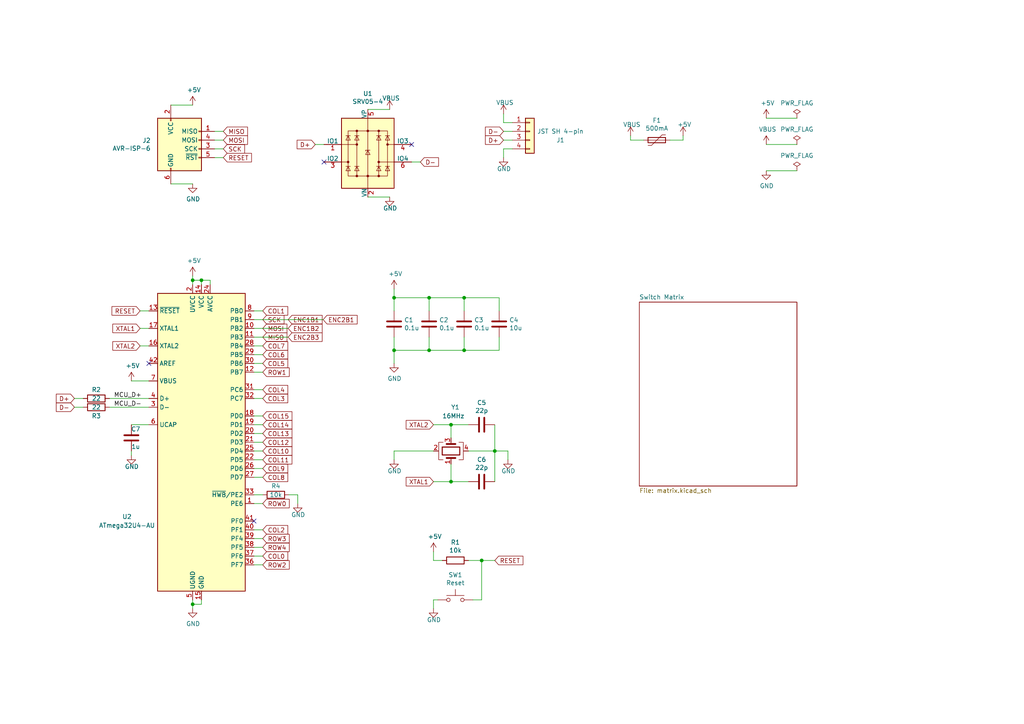
<source format=kicad_sch>
(kicad_sch (version 20220104) (generator eeschema)
  (paper "A4")
  (title_block (title "Bakeneko 65 V3") (date "2020-08-01") (rev "1") (comment 1 "Copyright © 2020 kkatano") (comment 2 "MIT License"))
  (lib_symbols
    (symbol "Connector:AVR-ISP-6" (pin_names (offset 1.016))
      (property "Reference" "J" (at 0 10.16 0))
      (property "Value" "Connector_AVR-ISP-6" (at 0 -7.62 0))
      (symbol "AVR-ISP-6_0_1"
        (rectangle (start -2.667 -5.588) (end -2.413 -6.35))
        (rectangle (start -2.667 8.89) (end -2.413 8.128))
        (rectangle (start 6.35 -2.413) (end 5.588 -2.667))
        (rectangle (start 6.35 0.127) (end 5.588 -0.127))
        (rectangle (start 6.35 2.667) (end 5.588 2.413))
        (rectangle (start 6.35 5.207) (end 5.588 4.953))
        (rectangle (start 6.35 8.89) (end -6.35 -6.35) (stroke (width 0.254)) (fill (type background)))
      )
      (symbol "AVR-ISP-6_1_1"
        (pin passive line (at 10.16 5.08 180) (length 3.81) (name "MISO") (number "1"))
        (pin power_in line (at -2.54 12.7 270) (length 3.81) (name "VCC") (number "2"))
        (pin passive line (at 10.16 0 180) (length 3.81) (name "SCK") (number "3"))
        (pin passive line (at 10.16 2.54 180) (length 3.81) (name "MOSI") (number "4"))
        (pin passive line (at 10.16 -2.54 180) (length 3.81) (name "~{RST}") (number "5"))
        (pin power_in line (at -2.54 -10.16 90) (length 3.81) (name "GND") (number "6"))
      )
    )
    (symbol "Connector_Generic:Conn_01x04" (pin_names (offset 1.016) hide)
      (property "Reference" "J" (at 0 5.08 0))
      (property "Value" "Connector_Generic_Conn_01x04" (at 0 -7.62 0))
      (symbol "Conn_01x04_1_1"
        (rectangle (start -1.27 -4.953) (end 0 -5.207) (stroke (width 0.1524)))
        (rectangle (start -1.27 -2.413) (end 0 -2.667) (stroke (width 0.1524)))
        (rectangle (start -1.27 0.127) (end 0 -0.127) (stroke (width 0.1524)))
        (rectangle (start -1.27 2.667) (end 0 2.413) (stroke (width 0.1524)))
        (rectangle (start -1.27 3.81) (end 1.27 -6.35) (stroke (width 0.254)) (fill (type background)))
        (pin passive line (at -5.08 2.54 0) (length 3.81) (name "Pin_1") (number "1"))
        (pin passive line (at -5.08 0 0) (length 3.81) (name "Pin_2") (number "2"))
        (pin passive line (at -5.08 -2.54 0) (length 3.81) (name "Pin_3") (number "3"))
        (pin passive line (at -5.08 -5.08 0) (length 3.81) (name "Pin_4") (number "4"))
      )
    )
    (symbol "Device:C" (pin_numbers hide) (pin_names (offset 0.254))
      (property "Reference" "C" (at 0.635 2.54 0))
      (property "Value" "Device_C" (at 0.635 -2.54 0))
      (symbol "C_0_1"
        (polyline (pts (xy -2.032 -0.762) (xy 2.032 -0.762)) (stroke (width 0.508)))
        (polyline (pts (xy -2.032 0.762) (xy 2.032 0.762)) (stroke (width 0.508)))
      )
      (symbol "C_1_1"
        (pin passive line (at 0 3.81 270) (length 2.794) (name "~") (number "1"))
        (pin passive line (at 0 -3.81 90) (length 2.794) (name "~") (number "2"))
      )
    )
    (symbol "Device:Crystal_GND24" (pin_names (offset 1.016) hide)
      (property "Reference" "Y" (at 3.175 5.08 0))
      (property "Value" "Device_Crystal_GND24" (at 3.175 3.175 0))
      (symbol "Crystal_GND24_0_1"
        (rectangle (start -1.143 2.54) (end 1.143 -2.54) (stroke (width 0.3048)))
        (polyline (pts (xy -2.54 0) (xy -2.032 0)))
        (polyline (pts (xy -2.032 -1.27) (xy -2.032 1.27)) (stroke (width 0.508)))
        (polyline (pts (xy 0 -3.81) (xy 0 -3.556)))
        (polyline (pts (xy 0 3.556) (xy 0 3.81)))
        (polyline (pts (xy 2.032 -1.27) (xy 2.032 1.27)) (stroke (width 0.508)))
        (polyline (pts (xy 2.032 0) (xy 2.54 0)))
        (polyline (pts (xy -2.54 -2.286) (xy -2.54 -3.556) (xy 2.54 -3.556) (xy 2.54 -2.286)))
        (polyline (pts (xy -2.54 2.286) (xy -2.54 3.556) (xy 2.54 3.556) (xy 2.54 2.286)))
      )
      (symbol "Crystal_GND24_1_1"
        (pin passive line (at -3.81 0 0) (length 1.27) (name "1") (number "1"))
        (pin passive line (at 0 5.08 270) (length 1.27) (name "2") (number "2"))
        (pin passive line (at 3.81 0 180) (length 1.27) (name "3") (number "3"))
        (pin passive line (at 0 -5.08 90) (length 1.27) (name "4") (number "4"))
      )
    )
    (symbol "Device:Polyfuse" (pin_numbers hide) (pin_names (offset 0))
      (property "Reference" "F" (at -2.54 0 90))
      (property "Value" "Device_Polyfuse" (at 2.54 0 90))
      (symbol "Polyfuse_0_1"
        (rectangle (start -0.762 2.54) (end 0.762 -2.54) (stroke (width 0.254)))
        (polyline (pts (xy 0 2.54) (xy 0 -2.54)))
        (polyline (pts (xy -1.524 2.54) (xy -1.524 1.524) (xy 1.524 -1.524) (xy 1.524 -2.54)))
      )
      (symbol "Polyfuse_1_1"
        (pin passive line (at 0 3.81 270) (length 1.27) (name "~") (number "1"))
        (pin passive line (at 0 -3.81 90) (length 1.27) (name "~") (number "2"))
      )
    )
    (symbol "Device:R" (pin_numbers hide) (pin_names (offset 0))
      (property "Reference" "R" (at 2.032 0 90))
      (property "Value" "Device_R" (at 0 0 90))
      (symbol "R_0_1"
        (rectangle (start -1.016 -2.54) (end 1.016 2.54) (stroke (width 0.254)))
      )
      (symbol "R_1_1"
        (pin passive line (at 0 3.81 270) (length 1.27) (name "~") (number "1"))
        (pin passive line (at 0 -3.81 90) (length 1.27) (name "~") (number "2"))
      )
    )
    (symbol "MCU_Microchip_ATmega:ATmega32U4-AU"
      (property "Reference" "U" (at -12.7 44.45 0))
      (property "Value" "MCU_Microchip_ATmega_ATmega32U4-AU" (at 2.54 -44.45 0))
      (symbol "ATmega32U4-AU_0_1"
        (rectangle (start -12.7 -43.18) (end 12.7 43.18) (stroke (width 0.254)) (fill (type background)))
      )
      (symbol "ATmega32U4-AU_1_1"
        (pin tri_state line (at 15.24 -17.78 180) (length 2.54) (name "PE6") (number "1"))
        (pin tri_state line (at 15.24 33.02 180) (length 2.54) (name "PB2") (number "10"))
        (pin tri_state line (at 15.24 30.48 180) (length 2.54) (name "PB3") (number "11"))
        (pin tri_state line (at 15.24 20.32 180) (length 2.54) (name "PB7") (number "12"))
        (pin input line (at -15.24 38.1 0) (length 2.54) (name "~{RESET}") (number "13"))
        (pin power_in line (at 0 45.72 270) (length 2.54) (name "VCC") (number "14"))
        (pin power_in line (at 0 -45.72 90) (length 2.54) (name "GND") (number "15"))
        (pin output line (at -15.24 27.94 0) (length 2.54) (name "XTAL2") (number "16"))
        (pin input line (at -15.24 33.02 0) (length 2.54) (name "XTAL1") (number "17"))
        (pin tri_state line (at 15.24 7.62 180) (length 2.54) (name "PD0") (number "18"))
        (pin tri_state line (at 15.24 5.08 180) (length 2.54) (name "PD1") (number "19"))
        (pin power_in line (at -2.54 45.72 270) (length 2.54) (name "UVCC") (number "2"))
        (pin tri_state line (at 15.24 2.54 180) (length 2.54) (name "PD2") (number "20"))
        (pin tri_state line (at 15.24 0 180) (length 2.54) (name "PD3") (number "21"))
        (pin tri_state line (at 15.24 -5.08 180) (length 2.54) (name "PD5") (number "22"))
        (pin passive line (at 0 -45.72 90) (length 2.54) hide (name "GND") (number "23"))
        (pin power_in line (at 2.54 45.72 270) (length 2.54) (name "AVCC") (number "24"))
        (pin tri_state line (at 15.24 -2.54 180) (length 2.54) (name "PD4") (number "25"))
        (pin tri_state line (at 15.24 -7.62 180) (length 2.54) (name "PD6") (number "26"))
        (pin tri_state line (at 15.24 -10.16 180) (length 2.54) (name "PD7") (number "27"))
        (pin tri_state line (at 15.24 27.94 180) (length 2.54) (name "PB4") (number "28"))
        (pin tri_state line (at 15.24 25.4 180) (length 2.54) (name "PB5") (number "29"))
        (pin bidirectional line (at -15.24 10.16 0) (length 2.54) (name "D-") (number "3"))
        (pin tri_state line (at 15.24 22.86 180) (length 2.54) (name "PB6") (number "30"))
        (pin tri_state line (at 15.24 15.24 180) (length 2.54) (name "PC6") (number "31"))
        (pin tri_state line (at 15.24 12.7 180) (length 2.54) (name "PC7") (number "32"))
        (pin tri_state line (at 15.24 -15.24 180) (length 2.54) (name "~{HWB}/PE2") (number "33"))
        (pin passive line (at 0 45.72 270) (length 2.54) hide (name "VCC") (number "34"))
        (pin passive line (at 0 -45.72 90) (length 2.54) hide (name "GND") (number "35"))
        (pin tri_state line (at 15.24 -35.56 180) (length 2.54) (name "PF7") (number "36"))
        (pin tri_state line (at 15.24 -33.02 180) (length 2.54) (name "PF6") (number "37"))
        (pin tri_state line (at 15.24 -30.48 180) (length 2.54) (name "PF5") (number "38"))
        (pin tri_state line (at 15.24 -27.94 180) (length 2.54) (name "PF4") (number "39"))
        (pin bidirectional line (at -15.24 12.7 0) (length 2.54) (name "D+") (number "4"))
        (pin tri_state line (at 15.24 -25.4 180) (length 2.54) (name "PF1") (number "40"))
        (pin tri_state line (at 15.24 -22.86 180) (length 2.54) (name "PF0") (number "41"))
        (pin passive line (at -15.24 22.86 0) (length 2.54) (name "AREF") (number "42"))
        (pin passive line (at 0 -45.72 90) (length 2.54) hide (name "GND") (number "43"))
        (pin passive line (at 2.54 45.72 270) (length 2.54) hide (name "AVCC") (number "44"))
        (pin passive line (at -2.54 -45.72 90) (length 2.54) (name "UGND") (number "5"))
        (pin passive line (at -15.24 5.08 0) (length 2.54) (name "UCAP") (number "6"))
        (pin input line (at -15.24 17.78 0) (length 2.54) (name "VBUS") (number "7"))
        (pin tri_state line (at 15.24 38.1 180) (length 2.54) (name "PB0") (number "8"))
        (pin tri_state line (at 15.24 35.56 180) (length 2.54) (name "PB1") (number "9"))
      )
    )
    (symbol "Power_Protection:SRV05-4" (pin_names (offset 0))
      (property "Reference" "U" (at -5.08 11.43 0))
      (property "Value" "Power_Protection_SRV05-4" (at 2.54 11.43 0))
      (symbol "SRV05-4_0_0"
        (rectangle (start -5.715 6.477) (end 5.715 -6.604))
        (polyline (pts (xy -3.175 -6.604) (xy -3.175 6.477)))
        (polyline (pts (xy 3.175 6.477) (xy 3.175 -6.604)))
      )
      (symbol "SRV05-4_0_1"
        (rectangle (start -7.62 10.16) (end 7.62 -10.16) (stroke (width 0.254)) (fill (type background)))
        (circle (center -5.715 -2.54) (radius 0.2794) (fill (type outline)))
        (circle (center -3.175 -6.604) (radius 0.2794) (fill (type outline)))
        (circle (center -3.175 2.54) (radius 0.2794) (fill (type outline)))
        (circle (center -3.175 6.477) (radius 0.2794) (fill (type outline)))
        (circle (center 0 -6.604) (radius 0.2794) (fill (type outline)))
        (polyline (pts (xy -7.747 2.54) (xy -3.175 2.54)))
        (polyline (pts (xy -7.62 -2.54) (xy -5.715 -2.54)))
        (polyline (pts (xy -5.08 -3.81) (xy -6.35 -3.81)))
        (polyline (pts (xy -5.08 5.08) (xy -6.35 5.08)))
        (polyline (pts (xy -2.54 -3.81) (xy -3.81 -3.81)))
        (polyline (pts (xy -2.54 5.08) (xy -3.81 5.08)))
        (polyline (pts (xy 0 10.16) (xy 0 -10.16)))
        (polyline (pts (xy 3.81 -3.81) (xy 2.54 -3.81)))
        (polyline (pts (xy 3.81 5.08) (xy 2.54 5.08)))
        (polyline (pts (xy 6.35 -3.81) (xy 5.08 -3.81)))
        (polyline (pts (xy 6.35 5.08) (xy 5.08 5.08)))
        (polyline (pts (xy 7.62 -2.54) (xy 3.175 -2.54)))
        (polyline (pts (xy 7.62 2.54) (xy 5.715 2.54)))
        (polyline (pts (xy 0.635 0.889) (xy -0.635 0.889) (xy -0.635 0.635)))
        (polyline (pts (xy -5.08 -5.08) (xy -6.35 -5.08) (xy -5.715 -3.81) (xy -5.08 -5.08)))
        (polyline (pts (xy -5.08 3.81) (xy -6.35 3.81) (xy -5.715 5.08) (xy -5.08 3.81)))
        (polyline (pts (xy -2.54 -5.08) (xy -3.81 -5.08) (xy -3.175 -3.81) (xy -2.54 -5.08)))
        (polyline (pts (xy -2.54 3.81) (xy -3.81 3.81) (xy -3.175 5.08) (xy -2.54 3.81)))
        (polyline (pts (xy 0.635 -0.381) (xy -0.635 -0.381) (xy 0 0.889) (xy 0.635 -0.381)))
        (polyline (pts (xy 3.81 -5.08) (xy 2.54 -5.08) (xy 3.175 -3.81) (xy 3.81 -5.08)))
        (polyline (pts (xy 3.81 3.81) (xy 2.54 3.81) (xy 3.175 5.08) (xy 3.81 3.81)))
        (polyline (pts (xy 6.35 -5.08) (xy 5.08 -5.08) (xy 5.715 -3.81) (xy 6.35 -5.08)))
        (polyline (pts (xy 6.35 3.81) (xy 5.08 3.81) (xy 5.715 5.08) (xy 6.35 3.81)))
        (circle (center 0 6.477) (radius 0.2794) (fill (type outline)))
        (circle (center 3.175 -6.604) (radius 0.2794) (fill (type outline)))
        (circle (center 3.175 -2.54) (radius 0.2794) (fill (type outline)))
        (circle (center 3.175 6.477) (radius 0.2794) (fill (type outline)))
        (circle (center 5.715 2.54) (radius 0.2794) (fill (type outline)))
      )
      (symbol "SRV05-4_1_1"
        (pin passive line (at -12.7 2.54 0) (length 5.08) (name "IO1") (number "1"))
        (pin passive line (at 0 -12.7 90) (length 2.54) (name "VN") (number "2"))
        (pin passive line (at -12.7 -2.54 0) (length 5.08) (name "IO2") (number "3"))
        (pin passive line (at 12.7 2.54 180) (length 5.08) (name "IO3") (number "4"))
        (pin passive line (at 0 12.7 270) (length 2.54) (name "VP") (number "5"))
        (pin passive line (at 12.7 -2.54 180) (length 5.08) (name "IO4") (number "6"))
      )
    )
    (symbol "Switch:SW_Push" (pin_numbers hide) (pin_names (offset 1.016) hide)
      (property "Reference" "SW" (at 1.27 2.54 0))
      (property "Value" "Switch_SW_Push" (at 0 -1.524 0))
      (symbol "SW_Push_0_1"
        (circle (center -2.032 0) (radius 0.508))
        (polyline (pts (xy 0 1.27) (xy 0 3.048)))
        (polyline (pts (xy 2.54 1.27) (xy -2.54 1.27)))
        (circle (center 2.032 0) (radius 0.508))
        (pin passive line (at -5.08 0 0) (length 2.54) (name "1") (number "1"))
        (pin passive line (at 5.08 0 180) (length 2.54) (name "2") (number "2"))
      )
    )
    (symbol "power:+5V" (power) (pin_names (offset 0))
      (property "Value" "power_+5V" (at 0 3.556 0))
      (symbol "+5V_0_1"
        (polyline (pts (xy -0.762 1.27) (xy 0 2.54)))
        (polyline (pts (xy 0 0) (xy 0 2.54)))
        (polyline (pts (xy 0 2.54) (xy 0.762 1.27)))
      )
      (symbol "+5V_1_1"
        (pin power_in line (at 0 0 90) (length 0) hide (name "+5V") (number "1"))
      )
    )
    (symbol "power:GND" (power) (pin_names (offset 0))
      (property "Value" "power_GND" (at 0 -3.81 0))
      (symbol "GND_0_1"
        (polyline (pts (xy 0 0) (xy 0 -1.27) (xy 1.27 -1.27) (xy 0 -2.54) (xy -1.27 -1.27) (xy 0 -1.27)))
      )
      (symbol "GND_1_1"
        (pin power_in line (at 0 0 270) (length 0) hide (name "GND") (number "1"))
      )
    )
    (symbol "power:PWR_FLAG" (power) (pin_numbers hide) (pin_names (offset 0) hide)
      (property "Value" "power_PWR_FLAG" (at 0 3.81 0))
      (symbol "PWR_FLAG_0_0"
        (pin power_out line (at 0 0 90) (length 0) (name "pwr") (number "1"))
      )
      (symbol "PWR_FLAG_0_1"
        (polyline (pts (xy 0 0) (xy 0 1.27) (xy -1.016 1.905) (xy 0 2.54) (xy 1.016 1.905) (xy 0 1.27)))
      )
    )
    (symbol "power:VBUS" (power) (pin_names (offset 0))
      (property "Value" "power_VBUS" (at 0 3.81 0))
      (symbol "VBUS_0_1"
        (polyline (pts (xy -0.762 1.27) (xy 0 2.54)))
        (polyline (pts (xy 0 0) (xy 0 2.54)))
        (polyline (pts (xy 0 2.54) (xy 0.762 1.27)))
      )
      (symbol "VBUS_1_1"
        (pin power_in line (at 0 0 90) (length 0) hide (name "VBUS") (number "1"))
      )
    )
  )
  (junction (at 124.46 101.6))
  (junction (at 114.3 101.6))
  (junction (at 130.81 123.19))
  (junction (at 130.81 139.7))
  (junction (at 55.88 81.28))
  (junction (at 134.62 86.36))
  (junction (at 139.7 162.56))
  (junction (at 143.51 130.81))
  (junction (at 55.88 175.26))
  (junction (at 134.62 101.6))
  (junction (at 58.42 81.28))
  (junction (at 114.3 86.36))
  (junction (at 124.46 86.36))
  (no_connect (at 43.18 105.41))
  (no_connect (at 73.66 151.13))
  (no_connect (at 119.38 41.91))
  (no_connect (at 93.98 46.99))
  (wire (pts (xy 146.05 33.02) (xy 146.05 35.56)))
  (wire (pts (xy 148.59 40.64) (xy 146.05 40.64)))
  (wire (pts (xy 31.75 118.11) (xy 43.18 118.11)))
  (wire (pts (xy 143.51 130.81) (xy 143.51 139.7)))
  (wire (pts (xy 114.3 101.6) (xy 124.46 101.6)))
  (wire (pts (xy 121.92 46.99) (xy 119.38 46.99)))
  (wire (pts (xy 143.51 123.19) (xy 143.51 130.81)))
  (wire (pts (xy 73.66 161.29) (xy 76.2 161.29)))
  (wire (pts (xy 31.75 115.57) (xy 43.18 115.57)))
  (wire (pts (xy 114.3 101.6) (xy 114.3 105.41)))
  (wire (pts (xy 76.2 163.83) (xy 73.66 163.83)))
  (wire (pts (xy 58.42 81.28) (xy 60.96 81.28)))
  (wire (pts (xy 64.77 43.18) (xy 62.23 43.18)))
  (wire (pts (xy 76.2 115.57) (xy 73.66 115.57)))
  (wire (pts (xy 130.81 134.62) (xy 130.81 139.7)))
  (wire (pts (xy 114.3 130.81) (xy 125.73 130.81)))
  (wire (pts (xy 73.66 156.21) (xy 76.2 156.21)))
  (wire (pts (xy 38.1 130.81) (xy 38.1 132.08)))
  (wire (pts (xy 146.05 35.56) (xy 148.59 35.56)))
  (wire (pts (xy 76.2 138.43) (xy 73.66 138.43)))
  (wire (pts (xy 49.53 53.34) (xy 55.88 53.34)))
  (wire (pts (xy 125.73 162.56) (xy 128.27 162.56)))
  (wire (pts (xy 135.89 162.56) (xy 139.7 162.56)))
  (wire (pts (xy 125.73 139.7) (xy 130.81 139.7)))
  (wire (pts (xy 134.62 97.79) (xy 134.62 101.6)))
  (wire (pts (xy 125.73 176.53) (xy 125.73 173.99)))
  (wire (pts (xy 73.66 90.17) (xy 76.2 90.17)))
  (wire (pts (xy 91.44 41.91) (xy 93.98 41.91)))
  (wire (pts (xy 86.36 143.51) (xy 86.36 146.05)))
  (wire (pts (xy 73.66 146.05) (xy 76.2 146.05)))
  (wire (pts (xy 139.7 162.56) (xy 143.51 162.56)))
  (wire (pts (xy 58.42 82.55) (xy 58.42 81.28)))
  (wire (pts (xy 21.59 115.57) (xy 24.13 115.57)))
  (wire (pts (xy 146.05 43.18) (xy 146.05 45.72)))
  (wire (pts (xy 60.96 81.28) (xy 60.96 82.55)))
  (wire (pts (xy 76.2 107.95) (xy 73.66 107.95)))
  (wire (pts (xy 114.3 133.35) (xy 114.3 130.81)))
  (wire (pts (xy 73.66 95.25) (xy 83.566 95.25)))
  (wire (pts (xy 198.12 39.37) (xy 198.12 40.64)))
  (wire (pts (xy 114.3 86.36) (xy 114.3 90.17)))
  (wire (pts (xy 134.62 90.17) (xy 134.62 86.36)))
  (wire (pts (xy 76.2 123.19) (xy 73.66 123.19)))
  (wire (pts (xy 62.23 45.72) (xy 64.77 45.72)))
  (wire (pts (xy 62.23 40.64) (xy 64.77 40.64)))
  (wire (pts (xy 40.64 100.33) (xy 43.18 100.33)))
  (wire (pts (xy 135.89 130.81) (xy 143.51 130.81)))
  (wire (pts (xy 143.51 130.81) (xy 147.32 130.81)))
  (wire (pts (xy 124.46 90.17) (xy 124.46 86.36)))
  (wire (pts (xy 139.7 173.99) (xy 137.16 173.99)))
  (wire (pts (xy 130.81 123.19) (xy 135.89 123.19)))
  (wire (pts (xy 114.3 97.79) (xy 114.3 101.6)))
  (wire (pts (xy 64.77 38.1) (xy 62.23 38.1)))
  (wire (pts (xy 73.66 100.33) (xy 76.2 100.33)))
  (wire (pts (xy 55.88 81.28) (xy 58.42 81.28)))
  (wire (pts (xy 144.78 90.17) (xy 144.78 86.36)))
  (wire (pts (xy 73.66 125.73) (xy 76.2 125.73)))
  (wire (pts (xy 139.7 162.56) (xy 139.7 173.99)))
  (wire (pts (xy 38.1 110.49) (xy 43.18 110.49)))
  (wire (pts (xy 55.88 173.99) (xy 55.88 175.26)))
  (wire (pts (xy 147.32 130.81) (xy 147.32 133.35)))
  (wire (pts (xy 73.66 105.41) (xy 76.2 105.41)))
  (wire (pts (xy 222.25 49.53) (xy 231.14 49.53)))
  (wire (pts (xy 125.73 173.99) (xy 127 173.99)))
  (wire (pts (xy 114.3 86.36) (xy 124.46 86.36)))
  (wire (pts (xy 55.88 175.26) (xy 55.88 176.53)))
  (wire (pts (xy 124.46 97.79) (xy 124.46 101.6)))
  (wire (pts (xy 55.88 80.01) (xy 55.88 81.28)))
  (wire (pts (xy 73.66 135.89) (xy 76.2 135.89)))
  (wire (pts (xy 222.25 34.29) (xy 231.14 34.29)))
  (wire (pts (xy 55.88 175.26) (xy 58.42 175.26)))
  (wire (pts (xy 76.2 158.75) (xy 73.66 158.75)))
  (wire (pts (xy 55.88 81.28) (xy 55.88 82.55)))
  (wire (pts (xy 148.59 43.18) (xy 146.05 43.18)))
  (wire (pts (xy 144.78 86.36) (xy 134.62 86.36)))
  (wire (pts (xy 186.69 40.64) (xy 182.88 40.64)))
  (wire (pts (xy 146.05 38.1) (xy 148.59 38.1)))
  (wire (pts (xy 130.81 127) (xy 130.81 123.19)))
  (wire (pts (xy 125.73 123.19) (xy 130.81 123.19)))
  (wire (pts (xy 76.2 143.51) (xy 73.66 143.51)))
  (wire (pts (xy 113.03 31.75) (xy 106.68 31.75)))
  (wire (pts (xy 124.46 86.36) (xy 134.62 86.36)))
  (wire (pts (xy 76.2 133.35) (xy 73.66 133.35)))
  (wire (pts (xy 76.2 153.67) (xy 73.66 153.67)))
  (wire (pts (xy 106.68 57.15) (xy 113.03 57.15)))
  (wire (pts (xy 114.3 83.82) (xy 114.3 86.36)))
  (wire (pts (xy 58.42 175.26) (xy 58.42 173.99)))
  (wire (pts (xy 130.81 139.7) (xy 135.89 139.7)))
  (wire (pts (xy 76.2 128.27) (xy 73.66 128.27)))
  (wire (pts (xy 73.66 120.65) (xy 76.2 120.65)))
  (wire (pts (xy 83.82 143.51) (xy 86.36 143.51)))
  (wire (pts (xy 198.12 40.64) (xy 194.31 40.64)))
  (wire (pts (xy 38.1 123.19) (xy 43.18 123.19)))
  (wire (pts (xy 40.64 90.17) (xy 43.18 90.17)))
  (wire (pts (xy 134.62 101.6) (xy 144.78 101.6)))
  (wire (pts (xy 43.18 95.25) (xy 40.64 95.25)))
  (wire (pts (xy 182.88 39.37) (xy 182.88 40.64)))
  (wire (pts (xy 222.25 41.91) (xy 231.14 41.91)))
  (wire (pts (xy 73.66 113.03) (xy 76.2 113.03)))
  (wire (pts (xy 73.66 92.71) (xy 93.726 92.71)))
  (wire (pts (xy 21.59 118.11) (xy 24.13 118.11)))
  (wire (pts (xy 125.73 160.02) (xy 125.73 162.56)))
  (wire (pts (xy 144.78 101.6) (xy 144.78 97.79)))
  (wire (pts (xy 76.2 102.87) (xy 73.66 102.87)))
  (wire (pts (xy 73.66 130.81) (xy 76.2 130.81)))
  (wire (pts (xy 49.53 30.48) (xy 55.88 30.48)))
  (wire (pts (xy 73.66 97.79) (xy 83.566 97.79)))
  (wire (pts (xy 124.46 101.6) (xy 134.62 101.6)))
  (label "MCU_D-" (at 33.02 118.11 0))
  (label "MCU_D+" (at 33.02 115.57 0))
  (global_label "D-" (shape input) (at 146.05 38.1 180) (property "Intersheetrefs" "${INTERSHEET_REFS}" (effects hide)))
  (global_label "ROW0" (shape input) (at 76.2 146.05 0) (property "Intersheetrefs" "${INTERSHEET_REFS}" (effects hide)))
  (global_label "COL12" (shape input) (at 76.2 128.27 0) (property "Intersheetrefs" "${INTERSHEET_REFS}" (effects hide)))
  (global_label "RESET" (shape input) (at 40.64 90.17 180) (property "Intersheetrefs" "${INTERSHEET_REFS}" (effects hide)))
  (global_label "D+" (shape input) (at 21.59 115.57 180) (property "Intersheetrefs" "${INTERSHEET_REFS}" (effects hide)))
  (global_label "SCK" (shape input) (at 76.2 92.71 0) (property "Intersheetrefs" "${INTERSHEET_REFS}" (effects hide)))
  (global_label "MISO" (shape input) (at 64.77 38.1 0) (property "Intersheetrefs" "${INTERSHEET_REFS}" (effects hide)))
  (global_label "RESET" (shape input) (at 64.77 45.72 0) (property "Intersheetrefs" "${INTERSHEET_REFS}" (effects hide)))
  (global_label "COL11" (shape input) (at 76.2 133.35 0) (property "Intersheetrefs" "${INTERSHEET_REFS}" (effects hide)))
  (global_label "MISO" (shape input) (at 76.2 97.79 0) (property "Intersheetrefs" "${INTERSHEET_REFS}" (effects hide)))
  (global_label "COL15" (shape input) (at 76.2 120.65 0) (property "Intersheetrefs" "${INTERSHEET_REFS}" (effects hide)))
  (global_label "COL14" (shape input) (at 76.2 123.19 0) (property "Intersheetrefs" "${INTERSHEET_REFS}" (effects hide)))
  (global_label "COL3" (shape input) (at 76.2 115.57 0) (property "Intersheetrefs" "${INTERSHEET_REFS}" (effects hide)))
  (global_label "MOSI" (shape input) (at 64.77 40.64 0) (property "Intersheetrefs" "${INTERSHEET_REFS}" (effects hide)))
  (global_label "XTAL1" (shape input) (at 40.64 95.25 180) (property "Intersheetrefs" "${INTERSHEET_REFS}" (effects hide)))
  (global_label "COL13" (shape input) (at 76.2 125.73 0) (property "Intersheetrefs" "${INTERSHEET_REFS}" (effects hide)))
  (global_label "ROW1" (shape input) (at 76.2 107.95 0) (property "Intersheetrefs" "${INTERSHEET_REFS}" (effects hide)))
  (global_label "COL1" (shape input) (at 76.2 90.17 0) (property "Intersheetrefs" "${INTERSHEET_REFS}" (effects hide)))
  (global_label "D+" (shape input) (at 146.05 40.64 180) (property "Intersheetrefs" "${INTERSHEET_REFS}" (effects hide)))
  (global_label "COL7" (shape input) (at 76.2 100.33 0) (property "Intersheetrefs" "${INTERSHEET_REFS}" (effects hide)))
  (global_label "COL10" (shape input) (at 76.2 130.81 0) (property "Intersheetrefs" "${INTERSHEET_REFS}" (effects hide)))
  (global_label "D-" (shape input) (at 21.59 118.11 180) (property "Intersheetrefs" "${INTERSHEET_REFS}" (effects hide)))
  (global_label "XTAL2" (shape input) (at 125.73 123.19 180) (property "Intersheetrefs" "${INTERSHEET_REFS}" (effects hide)))
  (global_label "RESET" (shape input) (at 143.51 162.56 0) (property "Intersheetrefs" "${INTERSHEET_REFS}" (effects hide)))
  (global_label "COL6" (shape input) (at 76.2 102.87 0) (property "Intersheetrefs" "${INTERSHEET_REFS}" (effects hide)))
  (global_label "ENC2B3" (shape input) (at 83.566 97.79 0) (property "Intersheetrefs" "${INTERSHEET_REFS}" (effects hide)))
  (global_label "ROW2" (shape input) (at 76.2 163.83 0) (property "Intersheetrefs" "${INTERSHEET_REFS}" (effects hide)))
  (global_label "MOSI" (shape input) (at 76.2 95.25 0) (property "Intersheetrefs" "${INTERSHEET_REFS}" (effects hide)))
  (global_label "ROW4" (shape input) (at 76.2 158.75 0) (property "Intersheetrefs" "${INTERSHEET_REFS}" (effects hide)))
  (global_label "ENC1B1" (shape input) (at 83.566 92.71 0) (property "Intersheetrefs" "${INTERSHEET_REFS}" (effects hide)))
  (global_label "ENC1B2" (shape input) (at 83.566 95.25 0) (property "Intersheetrefs" "${INTERSHEET_REFS}" (effects hide)))
  (global_label "SCK" (shape input) (at 64.77 43.18 0) (property "Intersheetrefs" "${INTERSHEET_REFS}" (effects hide)))
  (global_label "COL8" (shape input) (at 76.2 138.43 0) (property "Intersheetrefs" "${INTERSHEET_REFS}" (effects hide)))
  (global_label "COL2" (shape input) (at 76.2 153.67 0) (property "Intersheetrefs" "${INTERSHEET_REFS}" (effects hide)))
  (global_label "XTAL1" (shape input) (at 125.73 139.7 180) (property "Intersheetrefs" "${INTERSHEET_REFS}" (effects hide)))
  (global_label "XTAL2" (shape input) (at 40.64 100.33 180) (property "Intersheetrefs" "${INTERSHEET_REFS}" (effects hide)))
  (global_label "ENC2B1" (shape input) (at 93.726 92.71 0) (property "Intersheetrefs" "${INTERSHEET_REFS}" (effects hide)))
  (global_label "COL5" (shape input) (at 76.2 105.41 0) (property "Intersheetrefs" "${INTERSHEET_REFS}" (effects hide)))
  (global_label "COL0" (shape input) (at 76.2 161.29 0) (property "Intersheetrefs" "${INTERSHEET_REFS}" (effects hide)))
  (global_label "D-" (shape input) (at 121.92 46.99 0) (property "Intersheetrefs" "${INTERSHEET_REFS}" (effects hide)))
  (global_label "COL4" (shape input) (at 76.2 113.03 0) (property "Intersheetrefs" "${INTERSHEET_REFS}" (effects hide)))
  (global_label "COL9" (shape input) (at 76.2 135.89 0) (property "Intersheetrefs" "${INTERSHEET_REFS}" (effects hide)))
  (global_label "ROW3" (shape input) (at 76.2 156.21 0) (property "Intersheetrefs" "${INTERSHEET_REFS}" (effects hide)))
  (global_label "D+" (shape input) (at 91.44 41.91 180) (property "Intersheetrefs" "${INTERSHEET_REFS}" (effects hide)))
  (symbol (lib_id "power:PWR_FLAG") (at 231.14 34.29 0) (unit 1)
    (property "Reference" "#FLG01" (effects hide))
    (property "Value" "PWR_FLAG" (at 231.14 29.8958 0))
  )
  (symbol (lib_id "power:PWR_FLAG") (at 231.14 41.91 0) (unit 1)
    (property "Reference" "#FLG02" (effects hide))
    (property "Value" "PWR_FLAG" (at 231.14 37.5158 0))
  )
  (symbol (lib_id "power:PWR_FLAG") (at 231.14 49.53 0) (unit 1)
    (property "Reference" "#FLG03" (effects hide))
    (property "Value" "PWR_FLAG" (at 231.14 45.1358 0))
  )
  (symbol (lib_id "power:GND") (at 222.25 49.53 0) (unit 1)
    (property "Reference" "#PWR05" (effects hide))
    (property "Value" "GND" (at 222.377 53.9242 0))
  )
  (symbol (lib_id "power:GND") (at 114.3 105.41 0) (unit 1)
    (property "Reference" "#PWR09" (effects hide))
    (property "Value" "GND" (at 114.427 109.8042 0))
  )
  (symbol (lib_id "Device:C") (at 114.3 93.98 0) (unit 1)
    (property "Reference" "C1" (at 117.221 92.8116 0) (effects (justify left)))
    (property "Value" "0.1u" (at 117.221 95.123 0) (effects (justify left)))
    (property "Footprint" "Capacitor_SMD:C_0805_2012Metric" (effects hide))
    (property "LCSC Part #" "C49678" (effects hide))
  )
  (symbol (lib_id "Device:C") (at 124.46 93.98 0) (unit 1)
    (property "Reference" "C2" (at 127.381 92.8116 0) (effects (justify left)))
    (property "Value" "0.1u" (at 127.381 95.123 0) (effects (justify left)))
    (property "Footprint" "Capacitor_SMD:C_0805_2012Metric" (effects hide))
    (property "LCSC Part #" "C49678" (effects hide))
  )
  (symbol (lib_id "Device:C") (at 134.62 93.98 0) (unit 1)
    (property "Reference" "C3" (at 137.541 92.8116 0) (effects (justify left)))
    (property "Value" "0.1u" (at 137.541 95.123 0) (effects (justify left)))
    (property "Footprint" "Capacitor_SMD:C_0805_2012Metric" (effects hide))
    (property "LCSC Part #" "C49678" (effects hide))
  )
  (symbol (lib_id "Device:C") (at 144.78 93.98 0) (unit 1)
    (property "Reference" "C4" (at 147.701 92.8116 0) (effects (justify left)))
    (property "Value" "10u" (at 147.701 95.123 0) (effects (justify left)))
    (property "Footprint" "Capacitor_SMD:C_0805_2012Metric" (effects hide))
    (property "LCSC Part #" "C15850" (effects hide))
  )
  (symbol (lib_id "Device:Polyfuse") (at 190.5 40.64 270) (unit 1)
    (property "Reference" "F1" (at 190.5 34.925 90))
    (property "Value" "500mA" (at 190.5 37.2364 90))
    (property "Footprint" "Fuse:Fuse_1206_3216Metric" (effects hide))
    (property "LCSC Part #" "C70076" (effects hide))
  )
  (symbol (lib_id "Connector_Generic:Conn_01x04") (at 153.67 38.1 0) (unit 1)
    (property "Reference" "J1" (at 162.56 40.64 0))
    (property "Value" "JST SH 4-pin" (at 162.56 38.1 0))
    (property "Footprint" "Connector_JST:JST_SH_SM04B-SRSS-TB_1x04-1MP_P1.00mm_Horizontal" (effects hide))
    (property "LCSC Part #" "C160404" (effects hide))
  )
  (symbol (lib_id "power:GND") (at 146.05 45.72 0) (unit 1)
    (property "Reference" "#PWR02" (effects hide))
    (property "Value" "GND" (at 146.177 48.9712 0))
  )
  (symbol (lib_id "Device:R") (at 27.94 115.57 270) (unit 1)
    (property "Reference" "R2" (at 27.94 113.03 90))
    (property "Value" "22" (at 27.94 115.57 90))
    (property "Footprint" "Resistor_SMD:R_0805_2012Metric" (effects hide))
    (property "LCSC Part #" "C17561" (effects hide))
  )
  (symbol (lib_id "Device:R") (at 27.94 118.11 270) (unit 1)
    (property "Reference" "R3" (at 27.94 120.65 90))
    (property "Value" "22" (at 27.94 118.11 90))
    (property "Footprint" "Resistor_SMD:R_0805_2012Metric" (effects hide))
    (property "LCSC Part #" "C17561" (effects hide))
  )
  (symbol (lib_id "MCU_Microchip_ATmega:ATmega32U4-AU") (at 58.42 128.27 0) (unit 1)
    (property "Reference" "U2" (at 36.83 149.86 0))
    (property "Value" "ATmega32U4-AU" (at 36.83 152.4 0))
    (property "Footprint" "Package_QFP:TQFP-44_10x10mm_P0.8mm" (effects hide))
    (property "Datasheet" "http://ww1.microchip.com/downloads/en/DeviceDoc/Atmel-7766-8-bit-AVR-ATmega16U4-32U4_Datasheet.pdf" (effects hide))
    (property "LCSC Part #" "C44854" (effects hide))
  )
  (symbol (lib_id "power:VBUS") (at 146.05 33.02 0) (unit 1)
    (property "Reference" "#PWR08" (effects hide))
    (property "Value" "VBUS" (at 146.431 29.7688 0))
  )
  (symbol (lib_id "power:VBUS") (at 222.25 41.91 0) (unit 1)
    (property "Reference" "#PWR04" (effects hide))
    (property "Value" "VBUS" (at 222.631 37.5158 0))
  )
  (symbol (lib_id "power:VBUS") (at 182.88 39.37 0) (unit 1)
    (property "Reference" "#PWR06" (effects hide))
    (property "Value" "VBUS" (at 183.261 36.1442 0))
  )
  (symbol (lib_id "Switch:SW_Push") (at 132.08 173.99 0) (unit 1)
    (property "Reference" "SW1" (at 132.08 166.751 0))
    (property "Value" "Reset" (at 132.08 169.0624 0))
    (property "Footprint" "Button_Switch_SMD:SW_SPST_TL3342" (effects hide))
    (property "LCSC Part #" "C318884" (effects hide))
  )
  (symbol (lib_id "power:GND") (at 125.73 176.53 0) (unit 1)
    (property "Reference" "#PWR011" (effects hide))
    (property "Value" "GND" (at 125.857 179.7812 0))
  )
  (symbol (lib_id "Device:R") (at 132.08 162.56 270) (unit 1)
    (property "Reference" "R1" (at 132.08 157.3022 90))
    (property "Value" "10k" (at 132.08 159.6136 90))
    (property "Footprint" "Resistor_SMD:R_0805_2012Metric" (effects hide))
    (property "LCSC Part #" "C17414" (effects hide))
  )
  (symbol (lib_id "Device:C") (at 38.1 127 0) (unit 1)
    (property "Reference" "C7" (at 39.37 124.46 0))
    (property "Value" "1u" (at 39.37 129.54 0))
    (property "Footprint" "Capacitor_SMD:C_0805_2012Metric" (effects hide))
    (property "LCSC Part #" "C28323" (effects hide))
  )
  (symbol (lib_id "power:GND") (at 38.1 132.08 0) (unit 1)
    (property "Reference" "#PWR019" (effects hide))
    (property "Value" "GND" (at 38.227 135.3312 0))
  )
  (symbol (lib_id "power:GND") (at 55.88 176.53 0) (unit 1)
    (property "Reference" "#PWR022" (effects hide))
    (property "Value" "GND" (at 56.007 180.9242 0))
  )
  (symbol (lib_id "Device:R") (at 80.01 143.51 270) (unit 1)
    (property "Reference" "R4" (at 80.01 140.97 90))
    (property "Value" "10k" (at 80.01 143.51 90))
    (property "Footprint" "Resistor_SMD:R_0805_2012Metric" (effects hide))
    (property "LCSC Part #" "C17414" (effects hide))
  )
  (symbol (lib_id "power:GND") (at 86.36 146.05 0) (unit 1)
    (property "Reference" "#PWR021" (effects hide))
    (property "Value" "GND" (at 86.487 149.3012 0))
  )
  (symbol (lib_id "Device:Crystal_GND24") (at 130.81 130.81 90) (unit 1)
    (property "Reference" "Y1" (at 130.81 118.11 90) (effects (justify right)))
    (property "Value" "16MHz" (at 128.27 120.65 90) (effects (justify right)))
    (property "Footprint" "Crystal:Crystal_SMD_3225-4Pin_3.2x2.5mm" (effects hide))
    (property "LCSC Part #" "C13738" (effects hide))
  )
  (symbol (lib_id "power:GND") (at 114.3 133.35 0) (unit 1)
    (property "Reference" "#PWR012" (effects hide))
    (property "Value" "GND" (at 114.427 136.6012 0))
  )
  (symbol (lib_id "power:GND") (at 147.32 133.35 0) (unit 1)
    (property "Reference" "#PWR013" (effects hide))
    (property "Value" "GND" (at 147.447 136.6012 0))
  )
  (symbol (lib_id "Device:C") (at 139.7 123.19 270) (unit 1)
    (property "Reference" "C5" (at 139.7 116.7892 90))
    (property "Value" "22p" (at 139.7 119.1006 90))
    (property "Footprint" "Capacitor_SMD:C_0805_2012Metric" (effects hide))
    (property "LCSC Part #" "C1804" (effects hide))
  )
  (symbol (lib_id "Device:C") (at 139.7 139.7 270) (unit 1)
    (property "Reference" "C6" (at 139.7 133.2992 90))
    (property "Value" "22p" (at 139.7 135.6106 90))
    (property "Footprint" "Capacitor_SMD:C_0805_2012Metric" (effects hide))
    (property "LCSC Part #" "C1804" (effects hide))
  )
  (symbol (lib_id "power:+5V") (at 222.25 34.29 0) (unit 1)
    (property "Reference" "#PWR0101" (effects hide))
    (property "Value" "+5V" (at 222.631 29.8958 0))
  )
  (symbol (lib_id "power:+5V") (at 114.3 83.82 0) (unit 1)
    (property "Reference" "#PWR0102" (effects hide))
    (property "Value" "+5V" (at 114.681 79.4258 0))
  )
  (symbol (lib_id "power:+5V") (at 198.12 39.37 0) (unit 1)
    (property "Reference" "#PWR0103" (effects hide))
    (property "Value" "+5V" (at 198.501 36.1188 0))
  )
  (symbol (lib_id "power:+5V") (at 55.88 30.48 0) (unit 1)
    (property "Reference" "#PWR0104" (effects hide))
    (property "Value" "+5V" (at 56.261 26.0858 0))
  )
  (symbol (lib_id "power:+5V") (at 125.73 160.02 0) (unit 1)
    (property "Reference" "#PWR0105" (effects hide))
    (property "Value" "+5V" (at 126.111 155.6258 0))
  )
  (symbol (lib_id "power:+5V") (at 55.88 80.01 0) (unit 1)
    (property "Reference" "#PWR0106" (effects hide))
    (property "Value" "+5V" (at 56.261 75.6158 0))
  )
  (symbol (lib_id "Connector:AVR-ISP-6") (at 52.07 43.18 0) (unit 1)
    (property "Reference" "J2" (at 43.7134 40.7416 0) (effects (justify right)))
    (property "Value" "AVR-ISP-6" (at 43.7134 43.053 0) (effects (justify right)))
    (property "Footprint" "bakeneko:ISP" (effects hide))
    (property "Datasheet" " ~" (effects hide))
  )
  (symbol (lib_id "power:GND") (at 55.88 53.34 0) (unit 1)
    (property "Reference" "#PWR015" (effects hide))
    (property "Value" "GND" (at 56.007 57.7342 0))
  )
  (symbol (lib_id "power:+5V") (at 38.1 110.49 0) (unit 1)
    (property "Reference" "#PWR0107" (effects hide))
    (property "Value" "+5V" (at 38.481 106.0958 0))
  )
  (symbol (lib_id "Power_Protection:SRV05-4") (at 106.68 44.45 0) (unit 1)
    (property "Reference" "U1" (at 106.68 27.1526 0))
    (property "Value" "SRV05-4" (at 106.68 29.464 0))
    (property "Footprint" "Package_TO_SOT_SMD:SOT-23-6" (effects hide))
    (property "Datasheet" "http://www.onsemi.com/pub/Collateral/SRV05-4-D.PDF" (effects hide))
    (property "LCSC Part #" "C85364" (effects hide))
  )
  (symbol (lib_id "power:GND") (at 113.03 57.15 0) (unit 1)
    (property "Reference" "#PWR03" (effects hide))
    (property "Value" "GND" (at 113.157 60.4012 0))
  )
  (symbol (lib_id "power:VBUS") (at 113.03 31.75 0) (unit 1)
    (property "Reference" "#PWR01" (effects hide))
    (property "Value" "VBUS" (at 113.411 28.4988 0))
  )
  (sheet (at 185.42 87.63) (size 45.72 53.34)
    (property "Sheetname" "Switch Matrix" (at 185.42 86.9184 0) (effects (justify left bottom)))
    (property "Sheetfile" "matrix.kicad_sch" (at 185.42 141.5546 0) (effects (justify left top)))
  )
)
</source>
